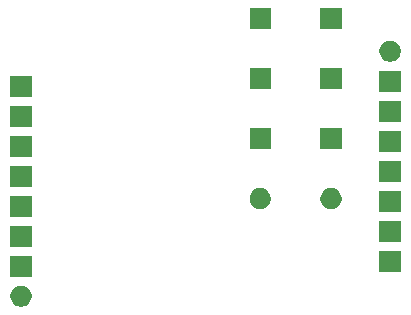
<source format=gbr>
G04 #@! TF.GenerationSoftware,KiCad,Pcbnew,(5.0.0-3-g5ebb6b6)*
G04 #@! TF.CreationDate,2019-04-02T16:58:23+03:00*
G04 #@! TF.ProjectId,uae,7561652E6B696361645F706362000000,rev?*
G04 #@! TF.SameCoordinates,Original*
G04 #@! TF.FileFunction,Soldermask,Bot*
G04 #@! TF.FilePolarity,Negative*
%FSLAX46Y46*%
G04 Gerber Fmt 4.6, Leading zero omitted, Abs format (unit mm)*
G04 Created by KiCad (PCBNEW (5.0.0-3-g5ebb6b6)) date *
%MOMM*%
%LPD*%
G01*
G04 APERTURE LIST*
%ADD10C,0.100000*%
G04 APERTURE END LIST*
D10*
G36*
X86512520Y-73884586D02*
X86512522Y-73884587D01*
X86512523Y-73884587D01*
X86676310Y-73952430D01*
X86823717Y-74050924D01*
X86949076Y-74176283D01*
X87047570Y-74323690D01*
X87115414Y-74487480D01*
X87150000Y-74661358D01*
X87150000Y-74838642D01*
X87115414Y-75012520D01*
X87047570Y-75176310D01*
X86949076Y-75323717D01*
X86823717Y-75449076D01*
X86676310Y-75547570D01*
X86512523Y-75615413D01*
X86512522Y-75615413D01*
X86512520Y-75615414D01*
X86338642Y-75650000D01*
X86161358Y-75650000D01*
X85987480Y-75615414D01*
X85987478Y-75615413D01*
X85987477Y-75615413D01*
X85823690Y-75547570D01*
X85676283Y-75449076D01*
X85550924Y-75323717D01*
X85452430Y-75176310D01*
X85384586Y-75012520D01*
X85350000Y-74838642D01*
X85350000Y-74661358D01*
X85384586Y-74487480D01*
X85452430Y-74323690D01*
X85550924Y-74176283D01*
X85676283Y-74050924D01*
X85823690Y-73952430D01*
X85987477Y-73884587D01*
X85987478Y-73884587D01*
X85987480Y-73884586D01*
X86161358Y-73850000D01*
X86338642Y-73850000D01*
X86512520Y-73884586D01*
X86512520Y-73884586D01*
G37*
G36*
X87150000Y-73110000D02*
X85350000Y-73110000D01*
X85350000Y-71310000D01*
X87150000Y-71310000D01*
X87150000Y-73110000D01*
X87150000Y-73110000D01*
G37*
G36*
X118400000Y-72680000D02*
X116600000Y-72680000D01*
X116600000Y-70880000D01*
X118400000Y-70880000D01*
X118400000Y-72680000D01*
X118400000Y-72680000D01*
G37*
G36*
X87150000Y-70570000D02*
X85350000Y-70570000D01*
X85350000Y-68770000D01*
X87150000Y-68770000D01*
X87150000Y-70570000D01*
X87150000Y-70570000D01*
G37*
G36*
X118400000Y-70140000D02*
X116600000Y-70140000D01*
X116600000Y-68340000D01*
X118400000Y-68340000D01*
X118400000Y-70140000D01*
X118400000Y-70140000D01*
G37*
G36*
X87150000Y-68030000D02*
X85350000Y-68030000D01*
X85350000Y-66230000D01*
X87150000Y-66230000D01*
X87150000Y-68030000D01*
X87150000Y-68030000D01*
G37*
G36*
X118400000Y-67600000D02*
X116600000Y-67600000D01*
X116600000Y-65800000D01*
X118400000Y-65800000D01*
X118400000Y-67600000D01*
X118400000Y-67600000D01*
G37*
G36*
X106762520Y-65624586D02*
X106762522Y-65624587D01*
X106762523Y-65624587D01*
X106926310Y-65692430D01*
X107073717Y-65790924D01*
X107199076Y-65916283D01*
X107297570Y-66063690D01*
X107365414Y-66227480D01*
X107400000Y-66401358D01*
X107400000Y-66578642D01*
X107365414Y-66752520D01*
X107297570Y-66916310D01*
X107199076Y-67063717D01*
X107073717Y-67189076D01*
X106926310Y-67287570D01*
X106762523Y-67355413D01*
X106762522Y-67355413D01*
X106762520Y-67355414D01*
X106588642Y-67390000D01*
X106411358Y-67390000D01*
X106237480Y-67355414D01*
X106237478Y-67355413D01*
X106237477Y-67355413D01*
X106073690Y-67287570D01*
X105926283Y-67189076D01*
X105800924Y-67063717D01*
X105702430Y-66916310D01*
X105634586Y-66752520D01*
X105600000Y-66578642D01*
X105600000Y-66401358D01*
X105634586Y-66227480D01*
X105702430Y-66063690D01*
X105800924Y-65916283D01*
X105926283Y-65790924D01*
X106073690Y-65692430D01*
X106237477Y-65624587D01*
X106237478Y-65624587D01*
X106237480Y-65624586D01*
X106411358Y-65590000D01*
X106588642Y-65590000D01*
X106762520Y-65624586D01*
X106762520Y-65624586D01*
G37*
G36*
X112762520Y-65624586D02*
X112762522Y-65624587D01*
X112762523Y-65624587D01*
X112926310Y-65692430D01*
X113073717Y-65790924D01*
X113199076Y-65916283D01*
X113297570Y-66063690D01*
X113365414Y-66227480D01*
X113400000Y-66401358D01*
X113400000Y-66578642D01*
X113365414Y-66752520D01*
X113297570Y-66916310D01*
X113199076Y-67063717D01*
X113073717Y-67189076D01*
X112926310Y-67287570D01*
X112762523Y-67355413D01*
X112762522Y-67355413D01*
X112762520Y-67355414D01*
X112588642Y-67390000D01*
X112411358Y-67390000D01*
X112237480Y-67355414D01*
X112237478Y-67355413D01*
X112237477Y-67355413D01*
X112073690Y-67287570D01*
X111926283Y-67189076D01*
X111800924Y-67063717D01*
X111702430Y-66916310D01*
X111634586Y-66752520D01*
X111600000Y-66578642D01*
X111600000Y-66401358D01*
X111634586Y-66227480D01*
X111702430Y-66063690D01*
X111800924Y-65916283D01*
X111926283Y-65790924D01*
X112073690Y-65692430D01*
X112237477Y-65624587D01*
X112237478Y-65624587D01*
X112237480Y-65624586D01*
X112411358Y-65590000D01*
X112588642Y-65590000D01*
X112762520Y-65624586D01*
X112762520Y-65624586D01*
G37*
G36*
X87150000Y-65490000D02*
X85350000Y-65490000D01*
X85350000Y-63690000D01*
X87150000Y-63690000D01*
X87150000Y-65490000D01*
X87150000Y-65490000D01*
G37*
G36*
X118400000Y-65060000D02*
X116600000Y-65060000D01*
X116600000Y-63260000D01*
X118400000Y-63260000D01*
X118400000Y-65060000D01*
X118400000Y-65060000D01*
G37*
G36*
X87150000Y-62950000D02*
X85350000Y-62950000D01*
X85350000Y-61150000D01*
X87150000Y-61150000D01*
X87150000Y-62950000D01*
X87150000Y-62950000D01*
G37*
G36*
X118400000Y-62520000D02*
X116600000Y-62520000D01*
X116600000Y-60720000D01*
X118400000Y-60720000D01*
X118400000Y-62520000D01*
X118400000Y-62520000D01*
G37*
G36*
X107400000Y-62310000D02*
X105600000Y-62310000D01*
X105600000Y-60510000D01*
X107400000Y-60510000D01*
X107400000Y-62310000D01*
X107400000Y-62310000D01*
G37*
G36*
X113400000Y-62310000D02*
X111600000Y-62310000D01*
X111600000Y-60510000D01*
X113400000Y-60510000D01*
X113400000Y-62310000D01*
X113400000Y-62310000D01*
G37*
G36*
X87150000Y-60410000D02*
X85350000Y-60410000D01*
X85350000Y-58610000D01*
X87150000Y-58610000D01*
X87150000Y-60410000D01*
X87150000Y-60410000D01*
G37*
G36*
X118400000Y-59980000D02*
X116600000Y-59980000D01*
X116600000Y-58180000D01*
X118400000Y-58180000D01*
X118400000Y-59980000D01*
X118400000Y-59980000D01*
G37*
G36*
X87150000Y-57870000D02*
X85350000Y-57870000D01*
X85350000Y-56070000D01*
X87150000Y-56070000D01*
X87150000Y-57870000D01*
X87150000Y-57870000D01*
G37*
G36*
X118400000Y-57440000D02*
X116600000Y-57440000D01*
X116600000Y-55640000D01*
X118400000Y-55640000D01*
X118400000Y-57440000D01*
X118400000Y-57440000D01*
G37*
G36*
X113400000Y-57230000D02*
X111600000Y-57230000D01*
X111600000Y-55430000D01*
X113400000Y-55430000D01*
X113400000Y-57230000D01*
X113400000Y-57230000D01*
G37*
G36*
X107400000Y-57230000D02*
X105600000Y-57230000D01*
X105600000Y-55430000D01*
X107400000Y-55430000D01*
X107400000Y-57230000D01*
X107400000Y-57230000D01*
G37*
G36*
X117762520Y-53134586D02*
X117762522Y-53134587D01*
X117762523Y-53134587D01*
X117926310Y-53202430D01*
X118073717Y-53300924D01*
X118199076Y-53426283D01*
X118297570Y-53573690D01*
X118365414Y-53737480D01*
X118400000Y-53911358D01*
X118400000Y-54088642D01*
X118365414Y-54262520D01*
X118297570Y-54426310D01*
X118199076Y-54573717D01*
X118073717Y-54699076D01*
X117926310Y-54797570D01*
X117762523Y-54865413D01*
X117762522Y-54865413D01*
X117762520Y-54865414D01*
X117588642Y-54900000D01*
X117411358Y-54900000D01*
X117237480Y-54865414D01*
X117237478Y-54865413D01*
X117237477Y-54865413D01*
X117073690Y-54797570D01*
X116926283Y-54699076D01*
X116800924Y-54573717D01*
X116702430Y-54426310D01*
X116634586Y-54262520D01*
X116600000Y-54088642D01*
X116600000Y-53911358D01*
X116634586Y-53737480D01*
X116702430Y-53573690D01*
X116800924Y-53426283D01*
X116926283Y-53300924D01*
X117073690Y-53202430D01*
X117237477Y-53134587D01*
X117237478Y-53134587D01*
X117237480Y-53134586D01*
X117411358Y-53100000D01*
X117588642Y-53100000D01*
X117762520Y-53134586D01*
X117762520Y-53134586D01*
G37*
G36*
X113400000Y-52150000D02*
X111600000Y-52150000D01*
X111600000Y-50350000D01*
X113400000Y-50350000D01*
X113400000Y-52150000D01*
X113400000Y-52150000D01*
G37*
G36*
X107400000Y-52150000D02*
X105600000Y-52150000D01*
X105600000Y-50350000D01*
X107400000Y-50350000D01*
X107400000Y-52150000D01*
X107400000Y-52150000D01*
G37*
M02*

</source>
